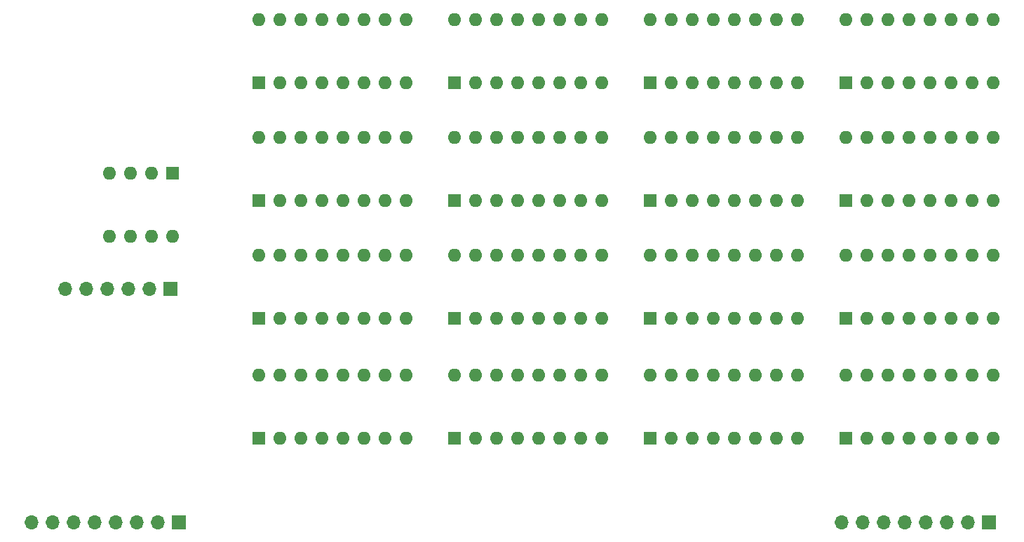
<source format=gbr>
%TF.GenerationSoftware,KiCad,Pcbnew,(5.1.10-1-10_14)*%
%TF.CreationDate,2021-09-24T12:04:47-04:00*%
%TF.ProjectId,DIODE-prog-memory,44494f44-452d-4707-926f-672d6d656d6f,rev?*%
%TF.SameCoordinates,Original*%
%TF.FileFunction,Soldermask,Bot*%
%TF.FilePolarity,Negative*%
%FSLAX46Y46*%
G04 Gerber Fmt 4.6, Leading zero omitted, Abs format (unit mm)*
G04 Created by KiCad (PCBNEW (5.1.10-1-10_14)) date 2021-09-24 12:04:47*
%MOMM*%
%LPD*%
G01*
G04 APERTURE LIST*
%ADD10O,1.700000X1.700000*%
%ADD11R,1.700000X1.700000*%
%ADD12O,1.600000X1.600000*%
%ADD13R,1.600000X1.600000*%
G04 APERTURE END LIST*
D10*
%TO.C,J3*%
X66548000Y-132588000D03*
X69088000Y-132588000D03*
X71628000Y-132588000D03*
X74168000Y-132588000D03*
X76708000Y-132588000D03*
D11*
X79248000Y-132588000D03*
%TD*%
D10*
%TO.C,J2*%
X160274000Y-160782000D03*
X162814000Y-160782000D03*
X165354000Y-160782000D03*
X167894000Y-160782000D03*
X170434000Y-160782000D03*
X172974000Y-160782000D03*
X175514000Y-160782000D03*
D11*
X178054000Y-160782000D03*
%TD*%
D10*
%TO.C,J1*%
X62484000Y-160782000D03*
X65024000Y-160782000D03*
X67564000Y-160782000D03*
X70104000Y-160782000D03*
X72644000Y-160782000D03*
X75184000Y-160782000D03*
X77724000Y-160782000D03*
D11*
X80264000Y-160782000D03*
%TD*%
D12*
%TO.C,SW11*%
X137160000Y-100076000D03*
X154940000Y-107696000D03*
X139700000Y-100076000D03*
X152400000Y-107696000D03*
X142240000Y-100076000D03*
X149860000Y-107696000D03*
X144780000Y-100076000D03*
X147320000Y-107696000D03*
X147320000Y-100076000D03*
X144780000Y-107696000D03*
X149860000Y-100076000D03*
X142240000Y-107696000D03*
X152400000Y-100076000D03*
X139700000Y-107696000D03*
X154940000Y-100076000D03*
D13*
X137160000Y-107696000D03*
%TD*%
D12*
%TO.C,SW17*%
X137160000Y-143002000D03*
X154940000Y-150622000D03*
X139700000Y-143002000D03*
X152400000Y-150622000D03*
X142240000Y-143002000D03*
X149860000Y-150622000D03*
X144780000Y-143002000D03*
X147320000Y-150622000D03*
X147320000Y-143002000D03*
X144780000Y-150622000D03*
X149860000Y-143002000D03*
X142240000Y-150622000D03*
X152400000Y-143002000D03*
X139700000Y-150622000D03*
X154940000Y-143002000D03*
D13*
X137160000Y-150622000D03*
%TD*%
D12*
%TO.C,SW16*%
X137160000Y-128524000D03*
X154940000Y-136144000D03*
X139700000Y-128524000D03*
X152400000Y-136144000D03*
X142240000Y-128524000D03*
X149860000Y-136144000D03*
X144780000Y-128524000D03*
X147320000Y-136144000D03*
X147320000Y-128524000D03*
X144780000Y-136144000D03*
X149860000Y-128524000D03*
X142240000Y-136144000D03*
X152400000Y-128524000D03*
X139700000Y-136144000D03*
X154940000Y-128524000D03*
D13*
X137160000Y-136144000D03*
%TD*%
D12*
%TO.C,SW15*%
X160782000Y-143002000D03*
X178562000Y-150622000D03*
X163322000Y-143002000D03*
X176022000Y-150622000D03*
X165862000Y-143002000D03*
X173482000Y-150622000D03*
X168402000Y-143002000D03*
X170942000Y-150622000D03*
X170942000Y-143002000D03*
X168402000Y-150622000D03*
X173482000Y-143002000D03*
X165862000Y-150622000D03*
X176022000Y-143002000D03*
X163322000Y-150622000D03*
X178562000Y-143002000D03*
D13*
X160782000Y-150622000D03*
%TD*%
D12*
%TO.C,SW14*%
X160782000Y-128524000D03*
X178562000Y-136144000D03*
X163322000Y-128524000D03*
X176022000Y-136144000D03*
X165862000Y-128524000D03*
X173482000Y-136144000D03*
X168402000Y-128524000D03*
X170942000Y-136144000D03*
X170942000Y-128524000D03*
X168402000Y-136144000D03*
X173482000Y-128524000D03*
X165862000Y-136144000D03*
X176022000Y-128524000D03*
X163322000Y-136144000D03*
X178562000Y-128524000D03*
D13*
X160782000Y-136144000D03*
%TD*%
D12*
%TO.C,SW13*%
X137160000Y-114300000D03*
X154940000Y-121920000D03*
X139700000Y-114300000D03*
X152400000Y-121920000D03*
X142240000Y-114300000D03*
X149860000Y-121920000D03*
X144780000Y-114300000D03*
X147320000Y-121920000D03*
X147320000Y-114300000D03*
X144780000Y-121920000D03*
X149860000Y-114300000D03*
X142240000Y-121920000D03*
X152400000Y-114300000D03*
X139700000Y-121920000D03*
X154940000Y-114300000D03*
D13*
X137160000Y-121920000D03*
%TD*%
D12*
%TO.C,SW12*%
X160782000Y-114300000D03*
X178562000Y-121920000D03*
X163322000Y-114300000D03*
X176022000Y-121920000D03*
X165862000Y-114300000D03*
X173482000Y-121920000D03*
X168402000Y-114300000D03*
X170942000Y-121920000D03*
X170942000Y-114300000D03*
X168402000Y-121920000D03*
X173482000Y-114300000D03*
X165862000Y-121920000D03*
X176022000Y-114300000D03*
X163322000Y-121920000D03*
X178562000Y-114300000D03*
D13*
X160782000Y-121920000D03*
%TD*%
D12*
%TO.C,SW10*%
X160782000Y-100076000D03*
X178562000Y-107696000D03*
X163322000Y-100076000D03*
X176022000Y-107696000D03*
X165862000Y-100076000D03*
X173482000Y-107696000D03*
X168402000Y-100076000D03*
X170942000Y-107696000D03*
X170942000Y-100076000D03*
X168402000Y-107696000D03*
X173482000Y-100076000D03*
X165862000Y-107696000D03*
X176022000Y-100076000D03*
X163322000Y-107696000D03*
X178562000Y-100076000D03*
D13*
X160782000Y-107696000D03*
%TD*%
D12*
%TO.C,SW9*%
X89916000Y-143002000D03*
X107696000Y-150622000D03*
X92456000Y-143002000D03*
X105156000Y-150622000D03*
X94996000Y-143002000D03*
X102616000Y-150622000D03*
X97536000Y-143002000D03*
X100076000Y-150622000D03*
X100076000Y-143002000D03*
X97536000Y-150622000D03*
X102616000Y-143002000D03*
X94996000Y-150622000D03*
X105156000Y-143002000D03*
X92456000Y-150622000D03*
X107696000Y-143002000D03*
D13*
X89916000Y-150622000D03*
%TD*%
D12*
%TO.C,SW8*%
X113538000Y-143002000D03*
X131318000Y-150622000D03*
X116078000Y-143002000D03*
X128778000Y-150622000D03*
X118618000Y-143002000D03*
X126238000Y-150622000D03*
X121158000Y-143002000D03*
X123698000Y-150622000D03*
X123698000Y-143002000D03*
X121158000Y-150622000D03*
X126238000Y-143002000D03*
X118618000Y-150622000D03*
X128778000Y-143002000D03*
X116078000Y-150622000D03*
X131318000Y-143002000D03*
D13*
X113538000Y-150622000D03*
%TD*%
D12*
%TO.C,SW7*%
X89916000Y-128524000D03*
X107696000Y-136144000D03*
X92456000Y-128524000D03*
X105156000Y-136144000D03*
X94996000Y-128524000D03*
X102616000Y-136144000D03*
X97536000Y-128524000D03*
X100076000Y-136144000D03*
X100076000Y-128524000D03*
X97536000Y-136144000D03*
X102616000Y-128524000D03*
X94996000Y-136144000D03*
X105156000Y-128524000D03*
X92456000Y-136144000D03*
X107696000Y-128524000D03*
D13*
X89916000Y-136144000D03*
%TD*%
D12*
%TO.C,SW6*%
X113538000Y-128524000D03*
X131318000Y-136144000D03*
X116078000Y-128524000D03*
X128778000Y-136144000D03*
X118618000Y-128524000D03*
X126238000Y-136144000D03*
X121158000Y-128524000D03*
X123698000Y-136144000D03*
X123698000Y-128524000D03*
X121158000Y-136144000D03*
X126238000Y-128524000D03*
X118618000Y-136144000D03*
X128778000Y-128524000D03*
X116078000Y-136144000D03*
X131318000Y-128524000D03*
D13*
X113538000Y-136144000D03*
%TD*%
D12*
%TO.C,SW5*%
X89916000Y-114300000D03*
X107696000Y-121920000D03*
X92456000Y-114300000D03*
X105156000Y-121920000D03*
X94996000Y-114300000D03*
X102616000Y-121920000D03*
X97536000Y-114300000D03*
X100076000Y-121920000D03*
X100076000Y-114300000D03*
X97536000Y-121920000D03*
X102616000Y-114300000D03*
X94996000Y-121920000D03*
X105156000Y-114300000D03*
X92456000Y-121920000D03*
X107696000Y-114300000D03*
D13*
X89916000Y-121920000D03*
%TD*%
D12*
%TO.C,SW4*%
X113538000Y-114300000D03*
X131318000Y-121920000D03*
X116078000Y-114300000D03*
X128778000Y-121920000D03*
X118618000Y-114300000D03*
X126238000Y-121920000D03*
X121158000Y-114300000D03*
X123698000Y-121920000D03*
X123698000Y-114300000D03*
X121158000Y-121920000D03*
X126238000Y-114300000D03*
X118618000Y-121920000D03*
X128778000Y-114300000D03*
X116078000Y-121920000D03*
X131318000Y-114300000D03*
D13*
X113538000Y-121920000D03*
%TD*%
D12*
%TO.C,SW3*%
X113538000Y-100076000D03*
X131318000Y-107696000D03*
X116078000Y-100076000D03*
X128778000Y-107696000D03*
X118618000Y-100076000D03*
X126238000Y-107696000D03*
X121158000Y-100076000D03*
X123698000Y-107696000D03*
X123698000Y-100076000D03*
X121158000Y-107696000D03*
X126238000Y-100076000D03*
X118618000Y-107696000D03*
X128778000Y-100076000D03*
X116078000Y-107696000D03*
X131318000Y-100076000D03*
D13*
X113538000Y-107696000D03*
%TD*%
D12*
%TO.C,SW2*%
X89916000Y-100076000D03*
X107696000Y-107696000D03*
X92456000Y-100076000D03*
X105156000Y-107696000D03*
X94996000Y-100076000D03*
X102616000Y-107696000D03*
X97536000Y-100076000D03*
X100076000Y-107696000D03*
X100076000Y-100076000D03*
X97536000Y-107696000D03*
X102616000Y-100076000D03*
X94996000Y-107696000D03*
X105156000Y-100076000D03*
X92456000Y-107696000D03*
X107696000Y-100076000D03*
D13*
X89916000Y-107696000D03*
%TD*%
D12*
%TO.C,SW1*%
X79502000Y-126238000D03*
X71882000Y-118618000D03*
X76962000Y-126238000D03*
X74422000Y-118618000D03*
X74422000Y-126238000D03*
X76962000Y-118618000D03*
X71882000Y-126238000D03*
D13*
X79502000Y-118618000D03*
%TD*%
M02*

</source>
